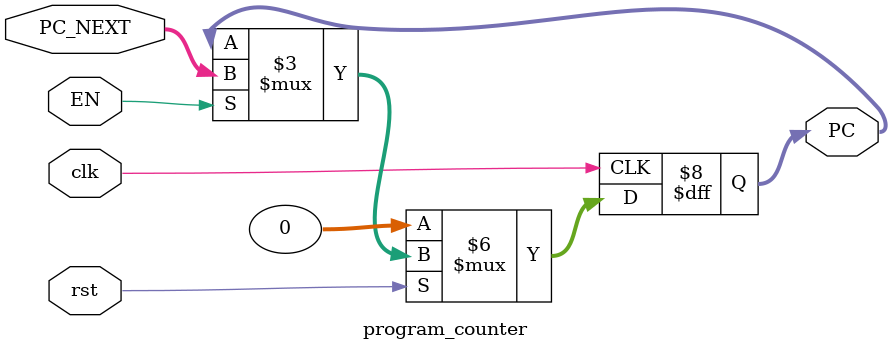
<source format=v>
module program_counter(PC_NEXT, clk, PC, rst, EN);
    input clk, rst, EN;
    input [31:0] PC_NEXT;
    output reg [31:0] PC;

    always @(posedge clk) begin
        // Active Low Reset 
        if (rst == 1'b0) begin
            PC <= 32'h00000000;
        end
        // Update PC only if EN (Enable) is high
        else if (EN) begin
            PC <= PC_NEXT;
        end
        // If EN is low, PC retains its current value (stall)
    end
    
endmodule

</source>
